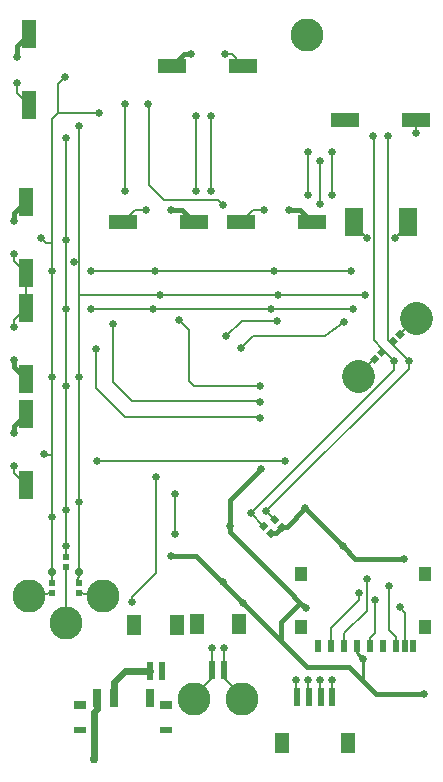
<source format=gbl>
G75*
G70*
%OFA0B0*%
%FSLAX24Y24*%
%IPPOS*%
%LPD*%
%AMOC8*
5,1,8,0,0,1.08239X$1,22.5*
%
%ADD10R,0.0512X0.0945*%
%ADD11R,0.0276X0.0591*%
%ADD12R,0.0394X0.0236*%
%ADD13R,0.0394X0.0315*%
%ADD14R,0.0591X0.0945*%
%ADD15R,0.0236X0.0217*%
%ADD16C,0.1100*%
%ADD17C,0.1100*%
%ADD18R,0.0945X0.0512*%
%ADD19R,0.0197X0.0394*%
%ADD20R,0.0413X0.0472*%
%ADD21R,0.0217X0.0236*%
%ADD22R,0.0236X0.0591*%
%ADD23R,0.0472X0.0709*%
%ADD24C,0.0060*%
%ADD25C,0.0250*%
%ADD26C,0.0280*%
%ADD27C,0.0240*%
%ADD28C,0.0300*%
%ADD29C,0.0160*%
%ADD30C,0.0100*%
D10*
X007494Y013453D03*
X007494Y015815D03*
X007494Y016993D03*
X007494Y019355D03*
X007494Y020533D03*
X007494Y022895D03*
X007594Y026118D03*
X007594Y028480D03*
D11*
X009848Y006363D03*
X010439Y006363D03*
X011620Y006363D03*
D12*
X012171Y005280D03*
X009297Y005280D03*
D13*
X009297Y006107D03*
X012171Y006107D03*
D14*
X018418Y022214D03*
X020229Y022214D03*
D15*
G36*
X020117Y018492D02*
X019951Y018326D01*
X019799Y018478D01*
X019965Y018644D01*
X020117Y018492D01*
G37*
G36*
X019880Y018255D02*
X019714Y018089D01*
X019562Y018241D01*
X019728Y018407D01*
X019880Y018255D01*
G37*
G36*
X019181Y017880D02*
X019347Y018046D01*
X019499Y017894D01*
X019333Y017728D01*
X019181Y017880D01*
G37*
G36*
X018945Y017643D02*
X019111Y017809D01*
X019263Y017657D01*
X019097Y017491D01*
X018945Y017643D01*
G37*
G36*
X015795Y012138D02*
X015629Y012304D01*
X015781Y012456D01*
X015947Y012290D01*
X015795Y012138D01*
G37*
G36*
X016032Y011902D02*
X015866Y012068D01*
X016018Y012220D01*
X016184Y012054D01*
X016032Y011902D01*
G37*
G36*
X015662Y011692D02*
X015496Y011858D01*
X015648Y012010D01*
X015814Y011844D01*
X015662Y011692D01*
G37*
G36*
X015425Y011928D02*
X015259Y012094D01*
X015411Y012246D01*
X015577Y012080D01*
X015425Y011928D01*
G37*
D16*
X018556Y017103D02*
X018556Y017103D01*
X018556Y017103D01*
X018556Y017103D01*
X018556Y017103D01*
X018556Y017103D01*
X018556Y017103D01*
X018556Y017103D01*
X018556Y017103D01*
X018556Y017103D01*
X020498Y019025D02*
X020498Y019025D01*
X020498Y019025D01*
X020498Y019025D01*
X020498Y019025D01*
X020498Y019025D01*
X020498Y019025D01*
X020498Y019025D01*
X020498Y019025D01*
X020498Y019025D01*
D17*
X007594Y009769D03*
X008824Y008864D03*
X010054Y009769D03*
X013094Y006314D03*
X014694Y006314D03*
X016864Y028454D03*
D18*
X018143Y025604D03*
X020505Y025604D03*
X017035Y022214D03*
X014673Y022214D03*
X013085Y022214D03*
X010723Y022214D03*
X012373Y027424D03*
X014735Y027424D03*
D19*
X017218Y008092D03*
X017651Y008092D03*
X018084Y008092D03*
X018517Y008092D03*
X018950Y008092D03*
X019384Y008092D03*
X019817Y008092D03*
X020116Y008092D03*
X020391Y008092D03*
D20*
X020791Y008726D03*
X020791Y010478D03*
X016677Y010478D03*
X016677Y008726D03*
D21*
X009274Y009857D03*
X009274Y010191D03*
X008824Y010727D03*
X008824Y011061D03*
X008374Y010191D03*
X008374Y009857D03*
D22*
X011617Y007258D03*
X012011Y007258D03*
X013697Y007278D03*
X014091Y007278D03*
X016523Y006389D03*
X016917Y006389D03*
X017311Y006389D03*
X017704Y006389D03*
D23*
X018216Y004854D03*
X016012Y004854D03*
X014603Y008814D03*
X013185Y008814D03*
X012523Y008794D03*
X011105Y008794D03*
D24*
X011024Y009564D02*
X011024Y009714D01*
X011834Y010524D01*
X011834Y013714D01*
X012444Y013144D02*
X012444Y011824D01*
X013294Y010964D02*
X013294Y010961D01*
X014981Y012521D02*
X015408Y012095D01*
X015418Y012095D01*
X015418Y012087D01*
X015655Y011851D02*
X015618Y011814D01*
X015781Y012297D02*
X015504Y012574D01*
X020257Y017327D01*
X020257Y017589D01*
X019658Y018188D01*
X019718Y018248D01*
X019721Y018248D01*
X019721Y018216D01*
X019658Y018188D02*
X019567Y018279D01*
X019567Y025074D01*
X019557Y025084D01*
X019081Y025074D02*
X019071Y025084D01*
X019081Y025074D02*
X019081Y018271D01*
X019391Y017961D01*
X019340Y017910D01*
X019340Y017887D01*
X019382Y017905D01*
X019391Y017961D02*
X019764Y017589D01*
X019764Y017294D01*
X014981Y012521D01*
X015781Y012297D02*
X015788Y012297D01*
X016781Y012661D02*
X016794Y012674D01*
X016134Y014240D02*
X009844Y014240D01*
X009274Y012894D02*
X009274Y010544D01*
X009274Y010370D01*
X009198Y010294D01*
X009260Y010294D01*
X009274Y010191D01*
X009274Y009857D02*
X010054Y009768D01*
X010054Y009769D01*
X008824Y008864D02*
X008824Y010727D01*
X008824Y011061D02*
X008824Y011414D01*
X008824Y012634D01*
X008824Y016764D01*
X008824Y019334D01*
X008824Y021614D01*
X008824Y025024D01*
X009274Y025434D02*
X009274Y020824D01*
X009224Y020874D01*
X009104Y020874D01*
X009274Y020824D02*
X009274Y019774D01*
X011944Y019774D01*
X015904Y019774D01*
X018794Y019774D01*
X018384Y019334D02*
X015664Y019334D01*
X011714Y019334D01*
X009644Y019334D01*
X009274Y019774D02*
X009274Y017044D01*
X009274Y012894D01*
X008374Y012374D02*
X008374Y014444D01*
X008134Y014444D01*
X008084Y014494D01*
X008374Y014444D02*
X008374Y017044D01*
X008374Y020598D01*
X008374Y021514D01*
X008164Y021514D01*
X008004Y021674D01*
X008374Y021514D02*
X008374Y025654D01*
X008554Y025838D01*
X009938Y025838D01*
X010794Y026164D02*
X010794Y023264D01*
X011123Y022614D02*
X011484Y022614D01*
X011123Y022614D02*
X010723Y022214D01*
X011594Y023464D02*
X012104Y022954D01*
X013884Y022954D01*
X014044Y022794D01*
X013674Y023264D02*
X013674Y025740D01*
X013174Y025740D02*
X013174Y023264D01*
X014673Y022214D02*
X015073Y022614D01*
X015434Y022614D01*
X016894Y023114D02*
X016894Y024564D01*
X017294Y024264D02*
X017294Y022814D01*
X017694Y023114D02*
X017694Y024564D01*
X018418Y022214D02*
X018418Y022119D01*
X018428Y022119D01*
X018864Y021684D01*
X018314Y020598D02*
X015754Y020598D01*
X011804Y020598D01*
X009644Y020598D01*
X008824Y020274D02*
X008824Y019334D01*
X009814Y017977D02*
X009814Y016684D01*
X010784Y015714D01*
X015274Y015714D01*
X015294Y015684D01*
X015294Y016214D02*
X015264Y016244D01*
X011034Y016244D01*
X010394Y016884D01*
X010394Y018814D01*
X012594Y018964D02*
X012924Y018634D01*
X012924Y016914D01*
X013094Y016744D01*
X015294Y016744D01*
X014674Y018014D02*
X015074Y018414D01*
X017464Y018414D01*
X018094Y018894D01*
X019104Y017650D02*
X018556Y017103D01*
X019764Y017284D02*
X019764Y017294D01*
X019958Y018485D02*
X020498Y019025D01*
X019784Y021684D02*
X020229Y022129D01*
X020229Y022214D01*
X020494Y025174D02*
X020494Y025604D01*
X020505Y025604D01*
X015864Y018914D02*
X014684Y018914D01*
X014174Y018404D01*
X011594Y023464D02*
X011594Y026134D01*
X011564Y026164D01*
X008794Y027054D02*
X008554Y026814D01*
X008554Y025838D01*
X007594Y026118D02*
X007204Y026508D01*
X007204Y026864D01*
X007104Y021164D02*
X007104Y020923D01*
X007494Y020533D01*
X007494Y019355D01*
X007104Y018965D01*
X007104Y018724D01*
X007104Y014084D02*
X007104Y013843D01*
X007494Y013453D01*
X008374Y012374D02*
X008374Y010544D01*
X008374Y010191D01*
X008374Y009857D02*
X007594Y009769D01*
X013094Y006675D02*
X013094Y006314D01*
X013094Y006414D01*
X013697Y007017D01*
X013697Y007278D01*
X013697Y008001D01*
X013694Y008014D01*
X014094Y008014D02*
X014094Y007282D01*
X014091Y007278D01*
X014091Y007017D01*
X014694Y006414D01*
X014694Y006314D01*
X016504Y006409D02*
X016504Y006964D01*
X016904Y006964D02*
X016904Y006403D01*
X016917Y006389D01*
X017304Y006396D02*
X017304Y006964D01*
X017704Y006964D02*
X017704Y006390D01*
X017704Y006389D01*
X017311Y006389D02*
X017304Y006396D01*
X016523Y006389D02*
X016504Y006409D01*
X017651Y008092D02*
X017651Y008671D01*
X018604Y009624D01*
X018604Y009844D01*
X018844Y010317D02*
X018844Y009264D01*
X018084Y008504D01*
X018084Y008092D01*
X018950Y008092D02*
X018950Y008340D01*
X019124Y008514D01*
X019124Y009611D01*
X019584Y010068D02*
X019594Y010078D01*
X019584Y010068D02*
X019584Y008634D01*
X019817Y008401D01*
X019817Y008092D01*
X020116Y008092D02*
X020116Y009201D01*
X019944Y009373D01*
X014735Y027424D02*
X014345Y027814D01*
X014114Y027814D01*
D25*
X014114Y027814D03*
X013004Y027814D03*
X013174Y025740D03*
X013674Y025740D03*
X013674Y023264D03*
X013174Y023264D03*
X014044Y022794D03*
X015434Y022614D03*
X016274Y022614D03*
X016894Y023114D03*
X017294Y022814D03*
X017694Y023114D03*
X017294Y024264D03*
X017694Y024564D03*
X016894Y024564D03*
X019071Y025084D03*
X019557Y025084D03*
X020494Y025174D03*
X019784Y021684D03*
X018864Y021684D03*
X018314Y020598D03*
X018794Y019774D03*
X018384Y019334D03*
X018094Y018894D03*
X019764Y017589D03*
X020257Y017589D03*
X016794Y012674D03*
X016134Y014240D03*
X015334Y013994D03*
X015504Y012574D03*
X014981Y012521D03*
X014284Y012081D03*
X014047Y010208D03*
X014741Y009514D03*
X014094Y008014D03*
X013694Y008014D03*
X012324Y011094D03*
X012444Y011824D03*
X012444Y013144D03*
X011834Y013714D03*
X009844Y014240D03*
X009274Y012894D03*
X008824Y012634D03*
X008374Y012374D03*
X008824Y011414D03*
X007104Y014084D03*
X007104Y015184D03*
X008084Y014494D03*
X008824Y016764D03*
X009274Y017044D03*
X009814Y017977D03*
X010394Y018814D03*
X009644Y019334D03*
X008824Y019334D03*
X008374Y020598D03*
X009104Y020874D03*
X009644Y020598D03*
X008824Y021614D03*
X008004Y021674D03*
X007104Y021164D03*
X007104Y022264D03*
X008824Y025024D03*
X009274Y025434D03*
X009938Y025838D03*
X010794Y026164D03*
X011564Y026164D03*
X010794Y023264D03*
X011484Y022614D03*
X012324Y022614D03*
X011804Y020598D03*
X011944Y019774D03*
X011714Y019334D03*
X012594Y018964D03*
X014174Y018404D03*
X014674Y018014D03*
X015294Y016744D03*
X015294Y016214D03*
X015294Y015684D03*
X015864Y018914D03*
X015664Y019334D03*
X015904Y019774D03*
X015754Y020598D03*
X018048Y011414D03*
X018844Y010317D03*
X018604Y009844D03*
X019124Y009611D03*
X019594Y010078D03*
X019944Y009373D03*
X020084Y010994D03*
X018724Y007644D03*
X017704Y006964D03*
X017304Y006964D03*
X016904Y006964D03*
X016504Y006964D03*
X016824Y009344D03*
X020764Y006484D03*
X011024Y009564D03*
X008374Y017044D03*
X007104Y017624D03*
X007104Y018724D03*
X007204Y026864D03*
X007204Y027724D03*
X008794Y027054D03*
D26*
X008374Y010544D03*
X009274Y010544D03*
D27*
X010798Y007258D02*
X010439Y006899D01*
X010439Y006363D01*
X009848Y006363D02*
X009848Y005988D01*
X009744Y005884D01*
X009744Y004324D01*
X010798Y007258D02*
X011617Y007258D01*
D28*
X009744Y004324D03*
D29*
X014741Y009514D02*
X014063Y010192D01*
X013294Y010961D01*
X013294Y010964D02*
X013164Y011094D01*
X012324Y011094D01*
X014284Y011884D02*
X016259Y009909D01*
X016604Y009564D01*
X016604Y009484D01*
X015991Y008871D01*
X015991Y008264D01*
X016861Y007394D01*
X018244Y007394D01*
X018724Y006914D01*
X019154Y006484D01*
X020764Y006484D01*
X020084Y010994D02*
X018468Y010994D01*
X018048Y011414D01*
X017824Y011644D01*
X016794Y012674D01*
X016181Y012061D01*
X016025Y012061D01*
X015815Y011851D01*
X015655Y011851D01*
X014284Y011884D02*
X014284Y012081D01*
X014284Y012944D01*
X015334Y013994D01*
X014741Y009514D02*
X015991Y008264D01*
X016824Y009344D02*
X016604Y009564D01*
X017035Y022214D02*
X016635Y022614D01*
X016274Y022614D01*
X013085Y022214D02*
X012685Y022614D01*
X012324Y022614D01*
X012373Y027424D02*
X012763Y027814D01*
X013004Y027814D01*
X007594Y028480D02*
X007204Y028090D01*
X007204Y027724D01*
X007494Y022895D02*
X007104Y022505D01*
X007104Y022264D01*
X007104Y017624D02*
X007104Y017383D01*
X007494Y016993D01*
X007494Y015815D02*
X007104Y015425D01*
X007104Y015184D01*
D30*
X014048Y010208D02*
X014047Y010208D01*
X014048Y010208D02*
X014063Y010192D01*
X016259Y009909D02*
X016414Y009754D01*
X018517Y008092D02*
X018517Y007850D01*
X018724Y007644D01*
X018724Y006914D01*
M02*

</source>
